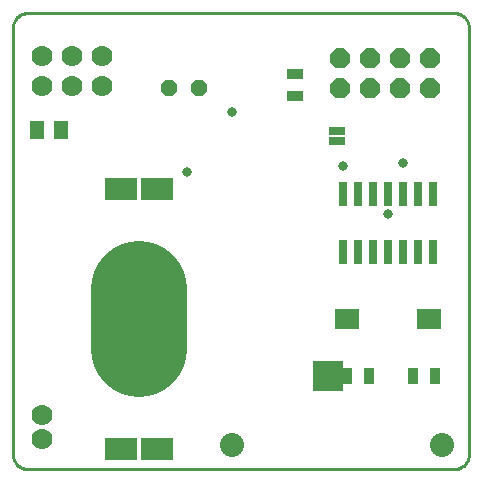
<source format=gts>
G75*
%MOIN*%
%OFA0B0*%
%FSLAX24Y24*%
%IPPOS*%
%LPD*%
%AMOC8*
5,1,8,0,0,1.08239X$1,22.5*
%
%ADD10C,0.0098*%
%ADD11C,0.0100*%
%ADD12C,0.0700*%
%ADD13OC8,0.0660*%
%ADD14R,0.0493X0.0611*%
%ADD15R,0.1060X0.0760*%
%ADD16C,0.3210*%
%ADD17R,0.0375X0.0532*%
%ADD18R,0.0560X0.0310*%
%ADD19C,0.0800*%
%ADD20R,0.0847X0.0651*%
%ADD21OC8,0.0540*%
%ADD22R,0.0532X0.0375*%
%ADD23R,0.0280X0.0840*%
%ADD24R,0.1000X0.1000*%
%ADD25C,0.0330*%
D10*
X001077Y000600D02*
X015277Y000600D01*
X015777Y001100D02*
X015777Y015300D01*
X015277Y015800D02*
X001077Y015800D01*
X000577Y015300D02*
X000577Y001100D01*
X000579Y001056D01*
X000585Y001013D01*
X000594Y000971D01*
X000607Y000929D01*
X000624Y000889D01*
X000644Y000850D01*
X000667Y000813D01*
X000694Y000779D01*
X000723Y000746D01*
X000756Y000717D01*
X000790Y000690D01*
X000827Y000667D01*
X000866Y000647D01*
X000906Y000630D01*
X000948Y000617D01*
X000990Y000608D01*
X001033Y000602D01*
X001077Y000600D01*
D11*
X015277Y000600D02*
X015321Y000602D01*
X015364Y000608D01*
X015406Y000617D01*
X015448Y000630D01*
X015488Y000647D01*
X015527Y000667D01*
X015564Y000690D01*
X015598Y000717D01*
X015631Y000746D01*
X015660Y000779D01*
X015687Y000813D01*
X015710Y000850D01*
X015730Y000889D01*
X015747Y000929D01*
X015760Y000971D01*
X015769Y001013D01*
X015775Y001056D01*
X015777Y001100D01*
X015777Y015300D02*
X015775Y015344D01*
X015769Y015387D01*
X015760Y015429D01*
X015747Y015471D01*
X015730Y015511D01*
X015710Y015550D01*
X015687Y015587D01*
X015660Y015621D01*
X015631Y015654D01*
X015598Y015683D01*
X015564Y015710D01*
X015527Y015733D01*
X015488Y015753D01*
X015448Y015770D01*
X015406Y015783D01*
X015364Y015792D01*
X015321Y015798D01*
X015277Y015800D01*
X001077Y015800D02*
X001033Y015798D01*
X000990Y015792D01*
X000948Y015783D01*
X000906Y015770D01*
X000866Y015753D01*
X000827Y015733D01*
X000790Y015710D01*
X000756Y015683D01*
X000723Y015654D01*
X000694Y015621D01*
X000667Y015587D01*
X000644Y015550D01*
X000624Y015511D01*
X000607Y015471D01*
X000594Y015429D01*
X000585Y015387D01*
X000579Y015344D01*
X000577Y015300D01*
D12*
X001557Y014379D03*
X002557Y014379D03*
X003557Y014379D03*
X003557Y013379D03*
X002557Y013379D03*
X001557Y013379D03*
X001560Y002394D03*
X001560Y001606D03*
D13*
X011477Y013300D03*
X012477Y013300D03*
X013477Y013300D03*
X014477Y013300D03*
X014477Y014300D03*
X013477Y014300D03*
X012477Y014300D03*
X011477Y014300D03*
D14*
X002171Y011900D03*
X001383Y011900D03*
D15*
X004167Y009931D03*
X005387Y009931D03*
X005387Y001269D03*
X004167Y001269D03*
D16*
X004777Y004616D02*
X004777Y006584D01*
D17*
X011723Y003700D03*
X012431Y003700D03*
X013923Y003700D03*
X014631Y003700D03*
D18*
X011377Y011538D03*
X011377Y011862D03*
D19*
X014877Y001400D03*
X007877Y001400D03*
D20*
X011699Y005600D03*
X014455Y005600D03*
D21*
X006777Y013300D03*
X005777Y013300D03*
D22*
X009977Y013046D03*
X009977Y013754D03*
D23*
X011577Y009770D03*
X012077Y009770D03*
X012577Y009770D03*
X013077Y009770D03*
X013577Y009770D03*
X014077Y009770D03*
X014577Y009770D03*
X014577Y007830D03*
X014077Y007830D03*
X013577Y007830D03*
X013077Y007830D03*
X012577Y007830D03*
X012077Y007830D03*
X011577Y007830D03*
D24*
X011077Y003700D03*
D25*
X013077Y009100D03*
X011577Y010700D03*
X013577Y010800D03*
X007877Y012500D03*
X006377Y010500D03*
M02*

</source>
